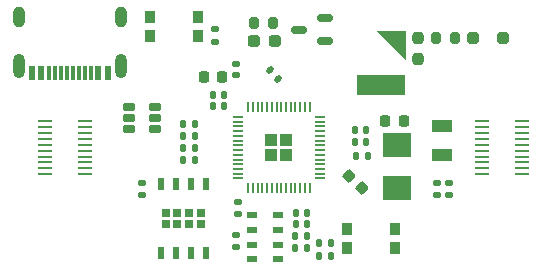
<source format=gtp>
G04 #@! TF.GenerationSoftware,KiCad,Pcbnew,7.0.5-0*
G04 #@! TF.CreationDate,2023-09-26T15:29:12-04:00*
G04 #@! TF.ProjectId,Rudolph_Tracker,5275646f-6c70-4685-9f54-7261636b6572,rev?*
G04 #@! TF.SameCoordinates,Original*
G04 #@! TF.FileFunction,Paste,Top*
G04 #@! TF.FilePolarity,Positive*
%FSLAX46Y46*%
G04 Gerber Fmt 4.6, Leading zero omitted, Abs format (unit mm)*
G04 Created by KiCad (PCBNEW 7.0.5-0) date 2023-09-26 15:29:12*
%MOMM*%
%LPD*%
G01*
G04 APERTURE LIST*
G04 Aperture macros list*
%AMRoundRect*
0 Rectangle with rounded corners*
0 $1 Rounding radius*
0 $2 $3 $4 $5 $6 $7 $8 $9 X,Y pos of 4 corners*
0 Add a 4 corners polygon primitive as box body*
4,1,4,$2,$3,$4,$5,$6,$7,$8,$9,$2,$3,0*
0 Add four circle primitives for the rounded corners*
1,1,$1+$1,$2,$3*
1,1,$1+$1,$4,$5*
1,1,$1+$1,$6,$7*
1,1,$1+$1,$8,$9*
0 Add four rect primitives between the rounded corners*
20,1,$1+$1,$2,$3,$4,$5,0*
20,1,$1+$1,$4,$5,$6,$7,0*
20,1,$1+$1,$6,$7,$8,$9,0*
20,1,$1+$1,$8,$9,$2,$3,0*%
G04 Aperture macros list end*
%ADD10C,0.000100*%
%ADD11RoundRect,0.135000X0.135000X0.185000X-0.135000X0.185000X-0.135000X-0.185000X0.135000X-0.185000X0*%
%ADD12RoundRect,0.250000X0.292217X-0.292217X0.292217X0.292217X-0.292217X0.292217X-0.292217X-0.292217X0*%
%ADD13RoundRect,0.050000X0.050000X-0.387500X0.050000X0.387500X-0.050000X0.387500X-0.050000X-0.387500X0*%
%ADD14RoundRect,0.050000X0.387500X-0.050000X0.387500X0.050000X-0.387500X0.050000X-0.387500X-0.050000X0*%
%ADD15RoundRect,0.200000X-0.200000X-0.275000X0.200000X-0.275000X0.200000X0.275000X-0.200000X0.275000X0*%
%ADD16RoundRect,0.237500X0.287500X0.237500X-0.287500X0.237500X-0.287500X-0.237500X0.287500X-0.237500X0*%
%ADD17RoundRect,0.200000X0.200000X0.275000X-0.200000X0.275000X-0.200000X-0.275000X0.200000X-0.275000X0*%
%ADD18RoundRect,0.237500X-0.237500X0.250000X-0.237500X-0.250000X0.237500X-0.250000X0.237500X0.250000X0*%
%ADD19RoundRect,0.225000X0.335876X0.017678X0.017678X0.335876X-0.335876X-0.017678X-0.017678X-0.335876X0*%
%ADD20R,2.400000X2.000000*%
%ADD21R,4.100000X1.700000*%
%ADD22R,1.200000X0.250000*%
%ADD23RoundRect,0.140000X0.140000X0.170000X-0.140000X0.170000X-0.140000X-0.170000X0.140000X-0.170000X0*%
%ADD24RoundRect,0.135000X0.185000X-0.135000X0.185000X0.135000X-0.185000X0.135000X-0.185000X-0.135000X0*%
%ADD25RoundRect,0.140000X-0.140000X-0.170000X0.140000X-0.170000X0.140000X0.170000X-0.140000X0.170000X0*%
%ADD26R,1.800000X1.000000*%
%ADD27R,0.900000X1.000000*%
%ADD28RoundRect,0.225000X-0.225000X-0.250000X0.225000X-0.250000X0.225000X0.250000X-0.225000X0.250000X0*%
%ADD29R,0.800000X0.800000*%
%ADD30R,0.500000X1.100000*%
%ADD31RoundRect,0.162500X0.367500X0.162500X-0.367500X0.162500X-0.367500X-0.162500X0.367500X-0.162500X0*%
%ADD32RoundRect,0.140000X0.219203X0.021213X0.021213X0.219203X-0.219203X-0.021213X-0.021213X-0.219203X0*%
%ADD33RoundRect,0.140000X0.170000X-0.140000X0.170000X0.140000X-0.170000X0.140000X-0.170000X-0.140000X0*%
%ADD34R,0.600000X1.150000*%
%ADD35R,0.300000X1.150000*%
%ADD36O,1.000000X2.100000*%
%ADD37O,1.000000X1.800000*%
%ADD38RoundRect,0.250000X-0.250000X-0.250000X0.250000X-0.250000X0.250000X0.250000X-0.250000X0.250000X0*%
%ADD39RoundRect,0.225000X0.225000X0.250000X-0.225000X0.250000X-0.225000X-0.250000X0.225000X-0.250000X0*%
%ADD40RoundRect,0.135000X-0.185000X0.135000X-0.185000X-0.135000X0.185000X-0.135000X0.185000X0.135000X0*%
%ADD41RoundRect,0.140000X-0.170000X0.140000X-0.170000X-0.140000X0.170000X-0.140000X0.170000X0.140000X0*%
%ADD42R,0.950000X0.550000*%
%ADD43RoundRect,0.150000X0.512500X0.150000X-0.512500X0.150000X-0.512500X-0.150000X0.512500X-0.150000X0*%
G04 APERTURE END LIST*
D10*
X103200000Y-112200000D02*
X100800000Y-109800000D01*
X103200000Y-109800000D01*
X103200000Y-112200000D01*
G36*
X103200000Y-112200000D02*
G01*
X100800000Y-109800000D01*
X103200000Y-109800000D01*
X103200000Y-112200000D01*
G37*
D11*
X94910000Y-127200000D03*
X93890000Y-127200000D03*
D12*
X91862500Y-120337500D03*
X93137500Y-120337500D03*
X91862500Y-119062500D03*
X93137500Y-119062500D03*
D13*
X89900000Y-123137500D03*
X90300000Y-123137500D03*
X90700000Y-123137500D03*
X91100000Y-123137500D03*
X91500000Y-123137500D03*
X91900000Y-123137500D03*
X92300000Y-123137500D03*
X92700000Y-123137500D03*
X93100000Y-123137500D03*
X93500000Y-123137500D03*
X93900000Y-123137500D03*
X94300000Y-123137500D03*
X94700000Y-123137500D03*
X95100000Y-123137500D03*
D14*
X95937500Y-122300000D03*
X95937500Y-121900000D03*
X95937500Y-121500000D03*
X95937500Y-121100000D03*
X95937500Y-120700000D03*
X95937500Y-120300000D03*
X95937500Y-119900000D03*
X95937500Y-119500000D03*
X95937500Y-119100000D03*
X95937500Y-118700000D03*
X95937500Y-118300000D03*
X95937500Y-117900000D03*
X95937500Y-117500000D03*
X95937500Y-117100000D03*
D13*
X95100000Y-116262500D03*
X94700000Y-116262500D03*
X94300000Y-116262500D03*
X93900000Y-116262500D03*
X93500000Y-116262500D03*
X93100000Y-116262500D03*
X92700000Y-116262500D03*
X92300000Y-116262500D03*
X91900000Y-116262500D03*
X91500000Y-116262500D03*
X91100000Y-116262500D03*
X90700000Y-116262500D03*
X90300000Y-116262500D03*
X89900000Y-116262500D03*
D14*
X89062500Y-117100000D03*
X89062500Y-117500000D03*
X89062500Y-117900000D03*
X89062500Y-118300000D03*
X89062500Y-118700000D03*
X89062500Y-119100000D03*
X89062500Y-119500000D03*
X89062500Y-119900000D03*
X89062500Y-120300000D03*
X89062500Y-120700000D03*
X89062500Y-121100000D03*
X89062500Y-121500000D03*
X89062500Y-121900000D03*
X89062500Y-122300000D03*
D15*
X90375000Y-109100000D03*
X92025000Y-109100000D03*
D16*
X92175000Y-110700000D03*
X90425000Y-110700000D03*
D17*
X107425000Y-110400000D03*
X105775000Y-110400000D03*
D11*
X94910000Y-128200000D03*
X93890000Y-128200000D03*
X96910000Y-128900000D03*
X95890000Y-128900000D03*
D18*
X104300000Y-110387500D03*
X104300000Y-112212500D03*
D19*
X99548008Y-123148008D03*
X98451992Y-122051992D03*
D20*
X102500000Y-119450000D03*
X102500000Y-123150000D03*
D21*
X101150000Y-114350000D03*
D22*
X72700001Y-121950001D03*
X72700001Y-121450002D03*
X72700001Y-120950000D03*
X72700001Y-120450001D03*
X72700001Y-119950000D03*
X72700001Y-119450000D03*
X72700001Y-118950002D03*
X72700001Y-118450000D03*
X72700001Y-117950001D03*
X72700001Y-117449999D03*
X76100002Y-121950001D03*
X76100002Y-121450002D03*
X76100002Y-120950000D03*
X76100002Y-120450001D03*
X76100002Y-119950000D03*
X76100002Y-119450000D03*
X76100002Y-118950002D03*
X76100002Y-118450000D03*
X76100002Y-117950001D03*
X76100002Y-117449999D03*
D23*
X87880000Y-115200000D03*
X86920000Y-115200000D03*
D24*
X106900000Y-123710000D03*
X106900000Y-122690000D03*
D25*
X98920000Y-119200000D03*
X99880000Y-119200000D03*
D26*
X106300000Y-120350000D03*
X106300000Y-117850000D03*
D23*
X85380000Y-120700000D03*
X84420000Y-120700000D03*
D27*
X98250000Y-126600000D03*
X102350000Y-126600000D03*
X98250000Y-128200000D03*
X102350000Y-128200000D03*
D11*
X96910000Y-127800000D03*
X95890000Y-127800000D03*
D28*
X101525000Y-117400000D03*
X103075000Y-117400000D03*
D29*
X82900000Y-126200000D03*
X83900000Y-126200000D03*
X84900000Y-126200000D03*
X85900000Y-126200000D03*
X82900000Y-125200000D03*
X83900000Y-125200000D03*
X84900000Y-125200000D03*
X85900000Y-125200000D03*
D30*
X82495000Y-128600000D03*
X83765000Y-128600000D03*
X85035000Y-128600000D03*
X86305000Y-128600000D03*
X86305000Y-122800000D03*
X85035000Y-122800000D03*
X83765000Y-122800000D03*
X82495000Y-122800000D03*
D23*
X87880000Y-116200000D03*
X86920000Y-116200000D03*
D27*
X81550000Y-108600000D03*
X85650000Y-108600000D03*
X81550000Y-110200000D03*
X85650000Y-110200000D03*
D11*
X85410000Y-117700000D03*
X84390000Y-117700000D03*
X100010000Y-120400000D03*
X98990000Y-120400000D03*
D31*
X82000000Y-118150000D03*
X82000000Y-117200000D03*
X82000000Y-116250000D03*
X79800000Y-116250000D03*
X79800000Y-117200000D03*
X79800000Y-118150000D03*
D11*
X85410000Y-118700000D03*
X84390000Y-118700000D03*
D32*
X92439411Y-113839411D03*
X91760589Y-113160589D03*
D33*
X88900000Y-113580000D03*
X88900000Y-112620000D03*
D34*
X78000000Y-113380000D03*
X77200000Y-113380000D03*
D35*
X76050000Y-113380000D03*
X75050000Y-113380000D03*
X74550000Y-113380000D03*
X73550000Y-113380000D03*
D34*
X72400000Y-113380000D03*
X71600000Y-113380000D03*
X71600000Y-113380000D03*
X72400000Y-113380000D03*
D35*
X73050000Y-113380000D03*
X74050000Y-113380000D03*
X75550000Y-113380000D03*
X76550000Y-113380000D03*
D34*
X77200000Y-113380000D03*
X78000000Y-113380000D03*
D36*
X79120000Y-112805000D03*
D37*
X79120000Y-108625000D03*
D36*
X70480000Y-112805000D03*
D37*
X70480000Y-108625000D03*
D25*
X93920000Y-125200000D03*
X94880000Y-125200000D03*
X98920000Y-118200000D03*
X99880000Y-118200000D03*
D38*
X108950000Y-110400000D03*
X111450000Y-110400000D03*
D39*
X87675000Y-113700000D03*
X86125000Y-113700000D03*
D25*
X93920000Y-126200000D03*
X94880000Y-126200000D03*
D40*
X87100000Y-109690000D03*
X87100000Y-110710000D03*
D41*
X88900000Y-127120000D03*
X88900000Y-128080000D03*
X89000000Y-124320000D03*
X89000000Y-125280000D03*
D40*
X105900000Y-122690000D03*
X105900000Y-123710000D03*
D23*
X85380000Y-119700000D03*
X84420000Y-119700000D03*
D42*
X90250000Y-125400000D03*
X90250000Y-126650000D03*
X90250000Y-127900000D03*
X90250000Y-129150000D03*
X92400000Y-129150000D03*
X92400000Y-127900000D03*
X92400000Y-126650000D03*
X92400000Y-125400000D03*
D22*
X109700001Y-121950001D03*
X109700001Y-121450002D03*
X109700001Y-120950000D03*
X109700001Y-120450001D03*
X109700001Y-119950000D03*
X109700001Y-119450000D03*
X109700001Y-118950002D03*
X109700001Y-118450000D03*
X109700001Y-117950001D03*
X109700001Y-117449999D03*
X113100002Y-121950001D03*
X113100002Y-121450002D03*
X113100002Y-120950000D03*
X113100002Y-120450001D03*
X113100002Y-119950000D03*
X113100002Y-119450000D03*
X113100002Y-118950002D03*
X113100002Y-118450000D03*
X113100002Y-117950001D03*
X113100002Y-117449999D03*
D41*
X80900000Y-122720000D03*
X80900000Y-123680000D03*
D43*
X96437500Y-110650000D03*
X96437500Y-108750000D03*
X94162500Y-109700000D03*
M02*

</source>
